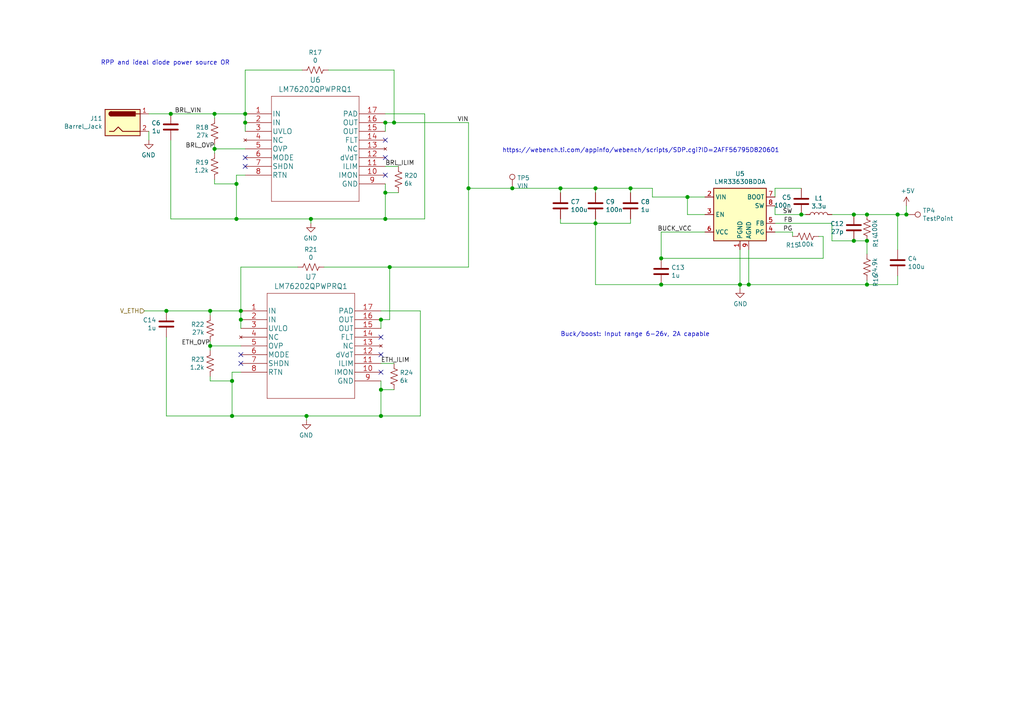
<source format=kicad_sch>
(kicad_sch (version 20201015) (generator eeschema)
  (paper "A4")
  (title_block (title "Power Management"))
  (lib_symbols
    (symbol "Connector:Barrel_Jack" (pin_names (offset 1.016))
      (property "Reference" "J" (at 0 5.334 0))
      (property "Value" "Barrel_Jack" (at 0 -5.08 0))
      (symbol "Barrel_Jack_0_1"
        (arc (start -3.302 3.175) (end -3.302 1.905) (radius (at -3.302 2.54) (length 0.635) (angles 90.1 -90.1)) (stroke (width 0.254)) (fill (type outline)))
        (arc (start -3.302 3.175) (end -3.302 1.905) (radius (at -3.302 2.54) (length 0.635) (angles 90.1 -90.1)) (stroke (width 0.254)))
        (rectangle (start -5.08 3.81) (end 5.08 -3.81) (stroke (width 0.254)) (fill (type background)))
        (rectangle (start 3.683 3.175) (end -3.302 1.905) (stroke (width 0.254)) (fill (type outline)))
        (polyline (pts (xy 5.08 2.54) (xy 3.81 2.54)) (stroke (width 0.254)))
        (polyline (pts (xy -3.81 -2.54) (xy -2.54 -2.54) (xy -1.27 -1.27) (xy 0 -2.54) (xy 2.54 -2.54) (xy 5.08 -2.54)) (stroke (width 0.254)))
      )
      (symbol "Barrel_Jack_1_1"
        (pin passive line (at 7.62 2.54 180) (length 2.54) (name "~") (number "1"))
        (pin passive line (at 7.62 -2.54 180) (length 2.54) (name "~") (number "2"))
      )
    )
    (symbol "Connector:TestPoint" (pin_numbers hide) (pin_names (offset 0.762) hide)
      (property "Reference" "TP" (at 0 6.858 0))
      (property "Value" "TestPoint" (at 0 5.08 0))
      (symbol "TestPoint_0_1"
        (circle (center 0 3.302) (radius 0.762))
      )
      (symbol "TestPoint_1_1"
        (pin passive line (at 0 0 90) (length 2.54) (name "1") (number "1"))
      )
    )
    (symbol "Device:C" (pin_numbers hide) (pin_names (offset 0.254))
      (property "Reference" "C" (at 0.635 2.54 0))
      (property "Value" "C" (at 0.635 -2.54 0))
      (symbol "C_0_1"
        (polyline (pts (xy -2.032 -0.762) (xy 2.032 -0.762)) (stroke (width 0.508)))
        (polyline (pts (xy -2.032 0.762) (xy 2.032 0.762)) (stroke (width 0.508)))
      )
      (symbol "C_1_1"
        (pin passive line (at 0 3.81 270) (length 2.794) (name "~") (number "1"))
        (pin passive line (at 0 -3.81 90) (length 2.794) (name "~") (number "2"))
      )
    )
    (symbol "Device:L" (pin_numbers hide) (pin_names (offset 1.016) hide)
      (property "Reference" "L" (at -1.27 0 90))
      (property "Value" "L" (at 1.905 0 90))
      (symbol "L_0_1"
        (arc (start 0 -2.54) (end 0 -1.27) (radius (at 0 -1.905) (length 0.635) (angles -89.9 89.9)))
        (arc (start 0 -1.27) (end 0 0) (radius (at 0 -0.635) (length 0.635) (angles -89.9 89.9)))
        (arc (start 0 0) (end 0 1.27) (radius (at 0 0.635) (length 0.635) (angles -89.9 89.9)))
        (arc (start 0 1.27) (end 0 2.54) (radius (at 0 1.905) (length 0.635) (angles -89.9 89.9)))
      )
      (symbol "L_1_1"
        (pin passive line (at 0 3.81 270) (length 1.27) (name "1") (number "1"))
        (pin passive line (at 0 -3.81 90) (length 1.27) (name "2") (number "2"))
      )
    )
    (symbol "Device:R_US" (pin_numbers hide) (pin_names (offset 0))
      (property "Reference" "R" (at 2.54 0 90))
      (property "Value" "R_US" (at -2.54 0 90))
      (symbol "R_US_0_1"
        (polyline (pts (xy 0 -2.286) (xy 0 -2.54)))
        (polyline (pts (xy 0 2.286) (xy 0 2.54)))
        (polyline (pts (xy 0 -0.762) (xy 1.016 -1.143) (xy 0 -1.524) (xy -1.016 -1.905) (xy 0 -2.286)))
        (polyline (pts (xy 0 0.762) (xy 1.016 0.381) (xy 0 0) (xy -1.016 -0.381) (xy 0 -0.762)))
        (polyline (pts (xy 0 2.286) (xy 1.016 1.905) (xy 0 1.524) (xy -1.016 1.143) (xy 0 0.762)))
      )
      (symbol "R_US_1_1"
        (pin passive line (at 0 3.81 270) (length 1.27) (name "~") (number "1"))
        (pin passive line (at 0 -3.81 90) (length 1.27) (name "~") (number "2"))
      )
    )
    (symbol "Regulator_Switching:LMR33630BDDA"
      (property "Reference" "U" (at 0 11.43 0))
      (property "Value" "LMR33630BDDA" (at 0 8.89 0))
      (symbol "LMR33630BDDA_0_1"
        (rectangle (start -7.62 7.62) (end 7.62 -7.62) (stroke (width 0.254)) (fill (type background)))
      )
      (symbol "LMR33630BDDA_1_1"
        (pin power_in line (at 0 -10.16 90) (length 2.54) (name "PGND") (number "1"))
        (pin power_in line (at -10.16 5.08 0) (length 2.54) (name "VIN") (number "2"))
        (pin input line (at -10.16 0 0) (length 2.54) (name "EN") (number "3"))
        (pin open_collector line (at 10.16 -5.08 180) (length 2.54) (name "PG") (number "4"))
        (pin input line (at 10.16 -2.54 180) (length 2.54) (name "FB") (number "5"))
        (pin power_out line (at -10.16 -5.08 0) (length 2.54) (name "VCC") (number "6"))
        (pin input line (at 10.16 5.08 180) (length 2.54) (name "BOOT") (number "7"))
        (pin output line (at 10.16 2.54 180) (length 2.54) (name "SW") (number "8"))
        (pin power_in line (at 2.54 -10.16 90) (length 2.54) (name "AGND") (number "9"))
      )
    )
    (symbol "lm76202:LM76202QPWPRQ1" (pin_names (offset 0.254))
      (property "Reference" "U" (at 20.32 10.16 0))
      (property "Value" "LM76202QPWPRQ1" (at 20.32 7.62 0))
      (symbol "LM76202QPWPRQ1_1_1"
        (polyline (pts (xy 7.62 5.08) (xy 7.62 -25.4)) (stroke (width 0.127)))
        (polyline (pts (xy 7.62 -25.4) (xy 33.02 -25.4)) (stroke (width 0.127)))
        (polyline (pts (xy 33.02 -25.4) (xy 33.02 5.08)) (stroke (width 0.127)))
        (polyline (pts (xy 33.02 5.08) (xy 7.62 5.08)) (stroke (width 0.127)))
        (pin power_in line (at 0 0 0) (length 7.62) (name "IN") (number "1"))
        (pin power_in line (at 0 -2.54 0) (length 7.62) (name "IN") (number "2"))
        (pin input line (at 0 -5.08 0) (length 7.62) (name "UVLO") (number "3"))
        (pin unconnected line (at 0 -7.62 0) (length 7.62) (name "NC") (number "4"))
        (pin input line (at 0 -10.16 0) (length 7.62) (name "OVP") (number "5"))
        (pin input line (at 0 -12.7 0) (length 7.62) (name "MODE") (number "6"))
        (pin input line (at 0 -15.24 0) (length 7.62) (name "SHDN") (number "7"))
        (pin unspecified line (at 0 -17.78 0) (length 7.62) (name "RTN") (number "8"))
        (pin power_in line (at 40.64 -20.32 180) (length 7.62) (name "GND") (number "9"))
        (pin output line (at 40.64 -17.78 180) (length 7.62) (name "IMON") (number "10"))
        (pin bidirectional line (at 40.64 -15.24 180) (length 7.62) (name "ILIM") (number "11"))
        (pin bidirectional line (at 40.64 -12.7 180) (length 7.62) (name "dVdT") (number "12"))
        (pin unconnected line (at 40.64 -10.16 180) (length 7.62) (name "NC") (number "13"))
        (pin output line (at 40.64 -7.62 180) (length 7.62) (name "FLT") (number "14"))
        (pin power_in line (at 40.64 -5.08 180) (length 7.62) (name "OUT") (number "15"))
        (pin power_in line (at 40.64 -2.54 180) (length 7.62) (name "OUT") (number "16"))
        (pin power_in line (at 40.64 0 180) (length 7.62) (name "PAD") (number "17"))
      )
    )
    (symbol "lm76202:LM76202QPWPRQ1_1" (pin_names (offset 0.254))
      (property "Reference" "U" (at 20.32 10.16 0))
      (property "Value" "LM76202QPWPRQ1" (at 20.32 7.62 0))
      (symbol "LM76202QPWPRQ1_1_1_1"
        (polyline (pts (xy 7.62 5.08) (xy 7.62 -25.4)) (stroke (width 0.127)))
        (polyline (pts (xy 7.62 -25.4) (xy 33.02 -25.4)) (stroke (width 0.127)))
        (polyline (pts (xy 33.02 -25.4) (xy 33.02 5.08)) (stroke (width 0.127)))
        (polyline (pts (xy 33.02 5.08) (xy 7.62 5.08)) (stroke (width 0.127)))
        (pin power_in line (at 0 0 0) (length 7.62) (name "IN") (number "1"))
        (pin power_in line (at 0 -2.54 0) (length 7.62) (name "IN") (number "2"))
        (pin input line (at 0 -5.08 0) (length 7.62) (name "UVLO") (number "3"))
        (pin unconnected line (at 0 -7.62 0) (length 7.62) (name "NC") (number "4"))
        (pin input line (at 0 -10.16 0) (length 7.62) (name "OVP") (number "5"))
        (pin input line (at 0 -12.7 0) (length 7.62) (name "MODE") (number "6"))
        (pin input line (at 0 -15.24 0) (length 7.62) (name "SHDN") (number "7"))
        (pin unspecified line (at 0 -17.78 0) (length 7.62) (name "RTN") (number "8"))
        (pin power_in line (at 40.64 -20.32 180) (length 7.62) (name "GND") (number "9"))
        (pin output line (at 40.64 -17.78 180) (length 7.62) (name "IMON") (number "10"))
        (pin bidirectional line (at 40.64 -15.24 180) (length 7.62) (name "ILIM") (number "11"))
        (pin bidirectional line (at 40.64 -12.7 180) (length 7.62) (name "dVdT") (number "12"))
        (pin unconnected line (at 40.64 -10.16 180) (length 7.62) (name "NC") (number "13"))
        (pin output line (at 40.64 -7.62 180) (length 7.62) (name "FLT") (number "14"))
        (pin power_in line (at 40.64 -5.08 180) (length 7.62) (name "OUT") (number "15"))
        (pin power_in line (at 40.64 -2.54 180) (length 7.62) (name "OUT") (number "16"))
        (pin power_in line (at 40.64 0 180) (length 7.62) (name "PAD") (number "17"))
      )
    )
    (symbol "power:+5V" (power) (pin_names (offset 0))
      (property "Value" "+5V" (at 0 3.556 0))
      (symbol "+5V_0_1"
        (polyline (pts (xy -0.762 1.27) (xy 0 2.54)))
        (polyline (pts (xy 0 0) (xy 0 2.54)))
        (polyline (pts (xy 0 2.54) (xy 0.762 1.27)))
      )
      (symbol "+5V_1_1"
        (pin power_in line (at 0 0 90) (length 0) hide (name "+5V") (number "1"))
      )
    )
    (symbol "power:GND" (power) (pin_names (offset 0))
      (property "Value" "GND" (at 0 -3.81 0))
      (symbol "GND_0_1"
        (polyline (pts (xy 0 0) (xy 0 -1.27) (xy 1.27 -1.27) (xy 0 -2.54) (xy -1.27 -1.27) (xy 0 -1.27)))
      )
      (symbol "GND_1_1"
        (pin power_in line (at 0 0 270) (length 0) hide (name "GND") (number "1"))
      )
    )
  )
  (junction (at 48.26 90.17) (diameter 1.016))
  (junction (at 49.53 33.02) (diameter 1.016))
  (junction (at 60.96 90.17) (diameter 1.016))
  (junction (at 60.96 100.33) (diameter 1.016))
  (junction (at 62.23 33.02) (diameter 1.016))
  (junction (at 62.23 43.18) (diameter 1.016))
  (junction (at 67.31 110.49) (diameter 1.016))
  (junction (at 67.31 120.65) (diameter 1.016))
  (junction (at 68.58 53.34) (diameter 1.016))
  (junction (at 68.58 63.5) (diameter 1.016))
  (junction (at 69.85 90.17) (diameter 1.016))
  (junction (at 69.85 92.71) (diameter 1.016))
  (junction (at 71.12 33.02) (diameter 1.016))
  (junction (at 71.12 35.56) (diameter 1.016))
  (junction (at 88.9 120.65) (diameter 1.016))
  (junction (at 90.17 63.5) (diameter 1.016))
  (junction (at 110.49 92.71) (diameter 1.016))
  (junction (at 110.49 113.03) (diameter 1.016))
  (junction (at 110.49 120.65) (diameter 1.016))
  (junction (at 111.76 35.56) (diameter 1.016))
  (junction (at 111.76 55.88) (diameter 1.016))
  (junction (at 111.76 63.5) (diameter 1.016))
  (junction (at 113.03 77.47) (diameter 1.016))
  (junction (at 114.3 35.56) (diameter 1.016))
  (junction (at 135.89 54.61) (diameter 1.016))
  (junction (at 148.59 54.61) (diameter 1.016))
  (junction (at 162.56 54.61) (diameter 1.016))
  (junction (at 172.72 54.61) (diameter 1.016))
  (junction (at 172.72 64.77) (diameter 1.016))
  (junction (at 182.88 54.61) (diameter 1.016))
  (junction (at 191.77 74.93) (diameter 1.016))
  (junction (at 191.77 82.55) (diameter 1.016))
  (junction (at 199.39 57.15) (diameter 1.016))
  (junction (at 214.63 82.55) (diameter 1.016))
  (junction (at 217.17 82.55) (diameter 1.016))
  (junction (at 232.41 62.23) (diameter 1.016))
  (junction (at 247.65 62.23) (diameter 1.016))
  (junction (at 247.65 69.85) (diameter 1.016))
  (junction (at 251.46 62.23) (diameter 1.016))
  (junction (at 251.46 69.85) (diameter 1.016))
  (junction (at 251.46 82.55) (diameter 1.016))
  (junction (at 260.35 62.23) (diameter 1.016))
  (junction (at 262.89 62.23) (diameter 1.016))
  (no_connect (at 111.76 40.64))
  (no_connect (at 69.85 102.87))
  (no_connect (at 111.76 50.8))
  (no_connect (at 110.49 97.79))
  (no_connect (at 110.49 107.95))
  (no_connect (at 69.85 105.41))
  (no_connect (at 111.76 45.72))
  (no_connect (at 71.12 48.26))
  (no_connect (at 110.49 102.87))
  (no_connect (at 71.12 45.72))
  (wire (pts (xy 41.91 90.17) (xy 48.26 90.17)))
  (wire (pts (xy 43.18 33.02) (xy 49.53 33.02)))
  (wire (pts (xy 43.18 38.1) (xy 43.18 40.64)))
  (wire (pts (xy 48.26 90.17) (xy 60.96 90.17)))
  (wire (pts (xy 48.26 97.79) (xy 48.26 120.65)))
  (wire (pts (xy 48.26 120.65) (xy 67.31 120.65)))
  (wire (pts (xy 49.53 33.02) (xy 62.23 33.02)))
  (wire (pts (xy 49.53 40.64) (xy 49.53 63.5)))
  (wire (pts (xy 49.53 63.5) (xy 68.58 63.5)))
  (wire (pts (xy 60.96 90.17) (xy 60.96 91.44)))
  (wire (pts (xy 60.96 90.17) (xy 69.85 90.17)))
  (wire (pts (xy 60.96 99.06) (xy 60.96 100.33)))
  (wire (pts (xy 60.96 100.33) (xy 60.96 101.6)))
  (wire (pts (xy 60.96 100.33) (xy 69.85 100.33)))
  (wire (pts (xy 60.96 109.22) (xy 60.96 110.49)))
  (wire (pts (xy 60.96 110.49) (xy 67.31 110.49)))
  (wire (pts (xy 62.23 33.02) (xy 62.23 34.29)))
  (wire (pts (xy 62.23 33.02) (xy 71.12 33.02)))
  (wire (pts (xy 62.23 41.91) (xy 62.23 43.18)))
  (wire (pts (xy 62.23 43.18) (xy 62.23 44.45)))
  (wire (pts (xy 62.23 43.18) (xy 71.12 43.18)))
  (wire (pts (xy 62.23 52.07) (xy 62.23 53.34)))
  (wire (pts (xy 62.23 53.34) (xy 68.58 53.34)))
  (wire (pts (xy 67.31 107.95) (xy 69.85 107.95)))
  (wire (pts (xy 67.31 110.49) (xy 67.31 107.95)))
  (wire (pts (xy 67.31 110.49) (xy 67.31 120.65)))
  (wire (pts (xy 67.31 120.65) (xy 88.9 120.65)))
  (wire (pts (xy 68.58 50.8) (xy 71.12 50.8)))
  (wire (pts (xy 68.58 53.34) (xy 68.58 50.8)))
  (wire (pts (xy 68.58 53.34) (xy 68.58 63.5)))
  (wire (pts (xy 68.58 63.5) (xy 90.17 63.5)))
  (wire (pts (xy 69.85 77.47) (xy 69.85 90.17)))
  (wire (pts (xy 69.85 90.17) (xy 69.85 92.71)))
  (wire (pts (xy 69.85 92.71) (xy 69.85 95.25)))
  (wire (pts (xy 71.12 20.32) (xy 71.12 33.02)))
  (wire (pts (xy 71.12 33.02) (xy 71.12 35.56)))
  (wire (pts (xy 71.12 35.56) (xy 71.12 38.1)))
  (wire (pts (xy 86.36 77.47) (xy 69.85 77.47)))
  (wire (pts (xy 87.63 20.32) (xy 71.12 20.32)))
  (wire (pts (xy 88.9 120.65) (xy 88.9 121.92)))
  (wire (pts (xy 88.9 120.65) (xy 110.49 120.65)))
  (wire (pts (xy 90.17 63.5) (xy 90.17 64.77)))
  (wire (pts (xy 90.17 63.5) (xy 111.76 63.5)))
  (wire (pts (xy 93.98 77.47) (xy 113.03 77.47)))
  (wire (pts (xy 95.25 20.32) (xy 114.3 20.32)))
  (wire (pts (xy 110.49 90.17) (xy 121.92 90.17)))
  (wire (pts (xy 110.49 92.71) (xy 110.49 95.25)))
  (wire (pts (xy 110.49 92.71) (xy 113.03 92.71)))
  (wire (pts (xy 110.49 105.41) (xy 114.3 105.41)))
  (wire (pts (xy 110.49 110.49) (xy 110.49 113.03)))
  (wire (pts (xy 110.49 113.03) (xy 110.49 120.65)))
  (wire (pts (xy 110.49 113.03) (xy 114.3 113.03)))
  (wire (pts (xy 111.76 33.02) (xy 123.19 33.02)))
  (wire (pts (xy 111.76 35.56) (xy 111.76 38.1)))
  (wire (pts (xy 111.76 35.56) (xy 114.3 35.56)))
  (wire (pts (xy 111.76 48.26) (xy 115.57 48.26)))
  (wire (pts (xy 111.76 53.34) (xy 111.76 55.88)))
  (wire (pts (xy 111.76 55.88) (xy 111.76 63.5)))
  (wire (pts (xy 111.76 55.88) (xy 115.57 55.88)))
  (wire (pts (xy 113.03 77.47) (xy 113.03 92.71)))
  (wire (pts (xy 113.03 77.47) (xy 135.89 77.47)))
  (wire (pts (xy 114.3 20.32) (xy 114.3 35.56)))
  (wire (pts (xy 114.3 35.56) (xy 135.89 35.56)))
  (wire (pts (xy 121.92 90.17) (xy 121.92 120.65)))
  (wire (pts (xy 121.92 120.65) (xy 110.49 120.65)))
  (wire (pts (xy 123.19 33.02) (xy 123.19 63.5)))
  (wire (pts (xy 123.19 63.5) (xy 111.76 63.5)))
  (wire (pts (xy 135.89 35.56) (xy 135.89 54.61)))
  (wire (pts (xy 135.89 54.61) (xy 135.89 77.47)))
  (wire (pts (xy 135.89 54.61) (xy 148.59 54.61)))
  (wire (pts (xy 148.59 54.61) (xy 162.56 54.61)))
  (wire (pts (xy 162.56 54.61) (xy 162.56 55.88)))
  (wire (pts (xy 162.56 54.61) (xy 172.72 54.61)))
  (wire (pts (xy 162.56 63.5) (xy 162.56 64.77)))
  (wire (pts (xy 162.56 64.77) (xy 172.72 64.77)))
  (wire (pts (xy 172.72 54.61) (xy 172.72 55.88)))
  (wire (pts (xy 172.72 54.61) (xy 182.88 54.61)))
  (wire (pts (xy 172.72 64.77) (xy 172.72 63.5)))
  (wire (pts (xy 172.72 64.77) (xy 172.72 82.55)))
  (wire (pts (xy 172.72 64.77) (xy 182.88 64.77)))
  (wire (pts (xy 172.72 82.55) (xy 191.77 82.55)))
  (wire (pts (xy 182.88 54.61) (xy 182.88 55.88)))
  (wire (pts (xy 182.88 54.61) (xy 189.23 54.61)))
  (wire (pts (xy 182.88 64.77) (xy 182.88 63.5)))
  (wire (pts (xy 189.23 57.15) (xy 189.23 54.61)))
  (wire (pts (xy 191.77 67.31) (xy 191.77 74.93)))
  (wire (pts (xy 191.77 82.55) (xy 214.63 82.55)))
  (wire (pts (xy 199.39 57.15) (xy 189.23 57.15)))
  (wire (pts (xy 199.39 62.23) (xy 199.39 57.15)))
  (wire (pts (xy 204.47 57.15) (xy 199.39 57.15)))
  (wire (pts (xy 204.47 62.23) (xy 199.39 62.23)))
  (wire (pts (xy 204.47 67.31) (xy 191.77 67.31)))
  (wire (pts (xy 214.63 72.39) (xy 214.63 82.55)))
  (wire (pts (xy 214.63 82.55) (xy 214.63 83.82)))
  (wire (pts (xy 214.63 82.55) (xy 217.17 82.55)))
  (wire (pts (xy 217.17 72.39) (xy 217.17 82.55)))
  (wire (pts (xy 217.17 82.55) (xy 251.46 82.55)))
  (wire (pts (xy 224.79 54.61) (xy 232.41 54.61)))
  (wire (pts (xy 224.79 57.15) (xy 224.79 54.61)))
  (wire (pts (xy 224.79 62.23) (xy 224.79 59.69)))
  (wire (pts (xy 224.79 64.77) (xy 241.3 64.77)))
  (wire (pts (xy 224.79 67.31) (xy 229.87 67.31)))
  (wire (pts (xy 229.87 67.31) (xy 229.87 68.58)))
  (wire (pts (xy 232.41 62.23) (xy 224.79 62.23)))
  (wire (pts (xy 232.41 62.23) (xy 233.68 62.23)))
  (wire (pts (xy 238.76 68.58) (xy 237.49 68.58)))
  (wire (pts (xy 238.76 68.58) (xy 238.76 74.93)))
  (wire (pts (xy 238.76 74.93) (xy 191.77 74.93)))
  (wire (pts (xy 241.3 62.23) (xy 247.65 62.23)))
  (wire (pts (xy 241.3 64.77) (xy 241.3 69.85)))
  (wire (pts (xy 241.3 69.85) (xy 247.65 69.85)))
  (wire (pts (xy 247.65 62.23) (xy 251.46 62.23)))
  (wire (pts (xy 247.65 69.85) (xy 251.46 69.85)))
  (wire (pts (xy 251.46 62.23) (xy 260.35 62.23)))
  (wire (pts (xy 251.46 69.85) (xy 251.46 73.66)))
  (wire (pts (xy 251.46 81.28) (xy 251.46 82.55)))
  (wire (pts (xy 251.46 82.55) (xy 260.35 82.55)))
  (wire (pts (xy 260.35 62.23) (xy 260.35 72.39)))
  (wire (pts (xy 260.35 62.23) (xy 262.89 62.23)))
  (wire (pts (xy 260.35 80.01) (xy 260.35 82.55)))
  (wire (pts (xy 262.89 59.69) (xy 262.89 62.23)))
  (text "RPP and ideal diode power source OR" (at 29.21 19.05 0) (effects (font (size 1.27 1.27)) (justify left bottom)))
  (text "Buck/boost: Input range 6-26v, 2A capable" (at 162.56 97.79 0) (effects (font (size 1.27 1.27)) (justify left bottom)))
  (text "https://webench.ti.com/appinfo/webench/scripts/SDP.cgi?ID=2AFF56795D820601" (at 226.06 44.45 0) (effects (font (size 1.27 1.27)) (justify right bottom)))
  (label "BRL_VIN" (at 58.42 33.02 180))
  (label "ETH_OVP" (at 60.96 100.33 180))
  (label "BRL_OVP" (at 62.23 43.18 180))
  (label "ETH_ILIM" (at 110.49 105.41 0))
  (label "BRL_ILIM" (at 111.76 48.26 0))
  (label "VIN" (at 135.89 35.56 180))
  (label "BUCK_VCC" (at 200.66 67.31 180))
  (label "SW" (at 229.87 62.23 180))
  (label "FB" (at 229.87 64.77 180))
  (label "PG" (at 229.87 67.31 180))
  (hierarchical_label "V_ETH" (shape input) (at 41.91 90.17 180))
  (symbol (lib_id "Connector:TestPoint") (at 148.59 54.61 0) (unit 1)
    (property "Reference" "TP5" (at 149.9871 51.6191 0) (effects (justify left)))
    (property "Value" "VIN" (at 149.987 53.918 0) (effects (justify left)))
    (property "Footprint" "TestPoint:TestPoint_Pad_D2.0mm" (effects hide))
  )
  (symbol (lib_id "Connector:TestPoint") (at 262.89 62.23 270) (unit 1)
    (property "Reference" "TP4" (at 267.5891 61.0806 90) (effects (justify left)))
    (property "Value" "TestPoint" (at 267.5891 63.3793 90) (effects (justify left)))
    (property "Footprint" "TestPoint:TestPoint_Pad_D2.0mm" (effects hide))
  )
  (symbol (lib_id "power:+5V") (at 262.89 59.69 0) (unit 1)
    (property "Reference" "#PWR030" (effects hide))
    (property "Value" "+5V" (at 263.2583 55.3656 0))
  )
  (symbol (lib_id "Device:L") (at 237.49 62.23 90) (unit 1)
    (property "Reference" "L1" (at 237.49 57.5118 90))
    (property "Value" "3.3u" (at 237.49 59.8105 90))
    (property "Footprint" "Inductor_SMD:L_6.3x6.3_H3" (effects hide))
  )
  (symbol (lib_id "power:GND") (at 43.18 40.64 0) (mirror y) (unit 1)
    (property "Reference" "#PWR031" (effects hide))
    (property "Value" "GND" (at 43.0657 44.9644 0))
  )
  (symbol (lib_id "power:GND") (at 88.9 121.92 0) (mirror y) (unit 1)
    (property "Reference" "#PWR0103" (effects hide))
    (property "Value" "GND" (at 88.7857 126.2444 0))
  )
  (symbol (lib_id "power:GND") (at 90.17 64.77 0) (mirror y) (unit 1)
    (property "Reference" "#PWR0102" (effects hide))
    (property "Value" "GND" (at 90.0557 69.0944 0))
  )
  (symbol (lib_id "power:GND") (at 214.63 83.82 0) (unit 1)
    (property "Reference" "#PWR037" (effects hide))
    (property "Value" "GND" (at 214.7443 88.1444 0))
  )
  (symbol (lib_id "Device:R_US") (at 60.96 95.25 0) (mirror x) (unit 1)
    (property "Reference" "R22" (at 59.3089 94.1006 0) (effects (justify right)))
    (property "Value" "27k" (at 59.309 96.399 0) (effects (justify right)))
    (property "Footprint" "Resistor_SMD:R_0603_1608Metric" (effects hide))
  )
  (symbol (lib_id "Device:R_US") (at 60.96 105.41 0) (mirror x) (unit 1)
    (property "Reference" "R23" (at 59.3089 104.2606 0) (effects (justify right)))
    (property "Value" "1.2k" (at 59.309 106.559 0) (effects (justify right)))
    (property "Footprint" "Resistor_SMD:R_0603_1608Metric" (effects hide))
  )
  (symbol (lib_id "Device:R_US") (at 62.23 38.1 0) (mirror x) (unit 1)
    (property "Reference" "R18" (at 60.5789 36.9506 0) (effects (justify right)))
    (property "Value" "27k" (at 60.579 39.249 0) (effects (justify right)))
    (property "Footprint" "Resistor_SMD:R_0603_1608Metric" (effects hide))
  )
  (symbol (lib_id "Device:R_US") (at 62.23 48.26 0) (mirror x) (unit 1)
    (property "Reference" "R19" (at 60.5789 47.1106 0) (effects (justify right)))
    (property "Value" "1.2k" (at 60.579 49.409 0) (effects (justify right)))
    (property "Footprint" "Resistor_SMD:R_0603_1608Metric" (effects hide))
  )
  (symbol (lib_id "Device:R_US") (at 90.17 77.47 90) (unit 1)
    (property "Reference" "R21" (at 90.17 72.3708 90))
    (property "Value" "0" (at 90.17 74.6695 90))
    (property "Footprint" "Resistor_SMD:R_0603_1608Metric" (effects hide))
  )
  (symbol (lib_id "Device:R_US") (at 91.44 20.32 90) (unit 1)
    (property "Reference" "R17" (at 91.44 15.2208 90))
    (property "Value" "0" (at 91.44 17.5195 90))
    (property "Footprint" "Resistor_SMD:R_0603_1608Metric" (effects hide))
  )
  (symbol (lib_id "Device:R_US") (at 114.3 109.22 0) (unit 1)
    (property "Reference" "R24" (at 115.9511 108.0706 0) (effects (justify left)))
    (property "Value" "6k" (at 115.951 110.369 0) (effects (justify left)))
    (property "Footprint" "Resistor_SMD:R_0603_1608Metric" (effects hide))
  )
  (symbol (lib_id "Device:R_US") (at 115.57 52.07 0) (unit 1)
    (property "Reference" "R20" (at 117.2211 50.9206 0) (effects (justify left)))
    (property "Value" "6k" (at 117.221 53.219 0) (effects (justify left)))
    (property "Footprint" "Resistor_SMD:R_0603_1608Metric" (effects hide))
  )
  (symbol (lib_id "Device:R_US") (at 233.68 68.58 270) (unit 1)
    (property "Reference" "R15" (at 229.87 71.1008 90))
    (property "Value" "100k" (at 233.68 70.8595 90))
    (property "Footprint" "Resistor_SMD:R_0603_1608Metric" (effects hide))
  )
  (symbol (lib_id "Device:R_US") (at 251.46 66.04 0) (unit 1)
    (property "Reference" "R14" (at 253.9808 69.85 90))
    (property "Value" "100k" (at 253.7395 66.04 90))
    (property "Footprint" "Resistor_SMD:R_0603_1608Metric" (effects hide))
  )
  (symbol (lib_id "Device:R_US") (at 251.46 77.47 0) (unit 1)
    (property "Reference" "R16" (at 253.9808 81.28 90))
    (property "Value" "24.9k" (at 253.7395 77.47 90))
    (property "Footprint" "Resistor_SMD:R_0603_1608Metric" (effects hide))
  )
  (symbol (lib_id "Device:C") (at 48.26 93.98 0) (mirror x) (unit 1)
    (property "Reference" "C14" (at 45.3389 92.8306 0) (effects (justify right)))
    (property "Value" "1u" (at 45.3389 95.1293 0) (effects (justify right)))
    (property "Footprint" "Capacitor_SMD:C_0603_1608Metric" (effects hide))
  )
  (symbol (lib_id "Device:C") (at 49.53 36.83 0) (mirror x) (unit 1)
    (property "Reference" "C6" (at 46.6089 35.6806 0) (effects (justify right)))
    (property "Value" "1u" (at 46.6089 37.9793 0) (effects (justify right)))
    (property "Footprint" "Capacitor_SMD:C_0603_1608Metric" (effects hide))
  )
  (symbol (lib_id "Device:C") (at 162.56 59.69 0) (mirror y) (unit 1)
    (property "Reference" "C7" (at 165.4811 58.5406 0) (effects (justify right)))
    (property "Value" "100u" (at 165.481 60.839 0) (effects (justify right)))
    (property "Footprint" "Capacitor_SMD:CP_Elec_8x10.5" (effects hide))
  )
  (symbol (lib_id "Device:C") (at 172.72 59.69 0) (unit 1)
    (property "Reference" "C9" (at 175.6411 58.5406 0) (effects (justify left)))
    (property "Value" "100n" (at 175.641 60.839 0) (effects (justify left)))
    (property "Footprint" "Capacitor_SMD:C_0603_1608Metric" (effects hide))
  )
  (symbol (lib_id "Device:C") (at 182.88 59.69 0) (unit 1)
    (property "Reference" "C8" (at 185.8011 58.5406 0) (effects (justify left)))
    (property "Value" "1u" (at 185.801 60.839 0) (effects (justify left)))
    (property "Footprint" "Capacitor_SMD:C_0603_1608Metric" (effects hide))
  )
  (symbol (lib_id "Device:C") (at 191.77 78.74 0) (unit 1)
    (property "Reference" "C13" (at 194.6911 77.5906 0) (effects (justify left)))
    (property "Value" "1u" (at 194.691 79.889 0) (effects (justify left)))
    (property "Footprint" "Capacitor_SMD:C_0603_1608Metric" (effects hide))
  )
  (symbol (lib_id "Device:C") (at 232.41 58.42 0) (mirror x) (unit 1)
    (property "Reference" "C5" (at 229.4889 57.2706 0) (effects (justify right)))
    (property "Value" "100n" (at 229.489 59.569 0) (effects (justify right)))
    (property "Footprint" "Capacitor_SMD:C_0603_1608Metric" (effects hide))
  )
  (symbol (lib_id "Device:C") (at 247.65 66.04 0) (mirror x) (unit 1)
    (property "Reference" "C12" (at 244.7289 64.8906 0) (effects (justify right)))
    (property "Value" "27p" (at 244.7289 67.1893 0) (effects (justify right)))
    (property "Footprint" "Capacitor_SMD:C_0603_1608Metric" (effects hide))
  )
  (symbol (lib_id "Device:C") (at 260.35 76.2 0) (unit 1)
    (property "Reference" "C4" (at 263.2711 75.0506 0) (effects (justify left)))
    (property "Value" "100u" (at 263.2711 77.3493 0) (effects (justify left)))
    (property "Footprint" "Capacitor_SMD:CP_Elec_8x10.5" (effects hide))
  )
  (symbol (lib_id "Connector:Barrel_Jack") (at 35.56 35.56 0) (unit 1)
    (property "Reference" "J11" (at 29.7179 34.3598 0) (effects (justify right)))
    (property "Value" "Barrel_Jack" (at 29.7179 36.6585 0) (effects (justify right)))
    (property "Footprint" "openstereo:CUI_PJ-037A" (effects hide))
  )
  (symbol (lib_id "Regulator_Switching:LMR33630BDDA") (at 214.63 62.23 0) (unit 1)
    (property "Reference" "U5" (at 214.63 50.3998 0))
    (property "Value" "LMR33630BDDA" (at 214.63 52.6985 0))
    (property "Footprint" "Package_SO:Texas_HSOP-8-1EP_3.9x4.9mm_P1.27mm_ThermalVias" (effects hide))
    (property "Datasheet" "http://www.ti.com/lit/ds/symlink/lmr33630.pdf" (effects hide))
  )
  (symbol (lib_id "lm76202:LM76202QPWPRQ1") (at 69.85 90.17 0) (unit 1)
    (property "Reference" "U7" (at 90.17 80.33 0) (effects (font (size 1.524 1.524))))
    (property "Value" "LM76202QPWPRQ1" (at 90.17 83.0376 0) (effects (font (size 1.524 1.524))))
    (property "Footprint" "uhh:LM76202QPWPRQ1" (effects hide))
  )
  (symbol (lib_name "lm76202:LM76202QPWPRQ1_1") (lib_id "lm76202:LM76202QPWPRQ1") (at 71.12 33.02 0) (unit 1)
    (property "Reference" "U6" (at 91.44 23.18 0) (effects (font (size 1.524 1.524))))
    (property "Value" "LM76202QPWPRQ1" (at 91.44 25.8876 0) (effects (font (size 1.524 1.524))))
    (property "Footprint" "uhh:LM76202QPWPRQ1" (effects hide))
  )
)
</source>
